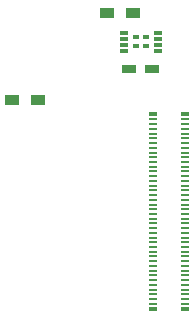
<source format=gbp>
G04 #@! TF.FileFunction,Paste,Bot*
%FSLAX46Y46*%
G04 Gerber Fmt 4.6, Leading zero omitted, Abs format (unit mm)*
G04 Created by KiCad (PCBNEW 4.0.1-stable) date Wednesday, April 13, 2016 'AMt' 11:34:57 AM*
%MOMM*%
G01*
G04 APERTURE LIST*
%ADD10C,0.100000*%
%ADD11R,0.660000X0.230000*%
%ADD12R,0.660000X0.350000*%
%ADD13R,1.200000X0.750000*%
%ADD14R,0.750000X0.300000*%
%ADD15R,0.525000X0.435000*%
%ADD16R,1.200000X0.900000*%
G04 APERTURE END LIST*
D10*
D11*
X161005000Y-115800000D03*
X158295000Y-115800000D03*
X161005000Y-100200000D03*
X158295000Y-100200000D03*
X161005000Y-115400000D03*
X161005000Y-115000000D03*
X161005000Y-114600000D03*
X161005000Y-114200000D03*
X161005000Y-113800000D03*
X161005000Y-113400000D03*
X161005000Y-113000000D03*
X161005000Y-112600000D03*
X161005000Y-112200000D03*
X161005000Y-111800000D03*
X161005000Y-111400000D03*
X161005000Y-111000000D03*
X161005000Y-110600000D03*
X161005000Y-110200000D03*
X161005000Y-109800000D03*
X161005000Y-109400000D03*
X161005000Y-109000000D03*
X161005000Y-108600000D03*
X161005000Y-108200000D03*
X161005000Y-107800000D03*
X161005000Y-107400000D03*
X161005000Y-107000000D03*
X161005000Y-106600000D03*
X161005000Y-106200000D03*
X161005000Y-105800000D03*
X161005000Y-105400000D03*
X161005000Y-105000000D03*
X161005000Y-104600000D03*
X161005000Y-104200000D03*
X161005000Y-103800000D03*
X161005000Y-103400000D03*
X161005000Y-103000000D03*
X161005000Y-102600000D03*
X161005000Y-102200000D03*
X161005000Y-101800000D03*
X161005000Y-101400000D03*
X161005000Y-101000000D03*
X161005000Y-100600000D03*
D12*
X161005000Y-99725000D03*
X158295000Y-99725000D03*
X161005000Y-116275000D03*
X158295000Y-116275000D03*
D11*
X158295000Y-100600000D03*
X158295000Y-101000000D03*
X158295000Y-101400000D03*
X158295000Y-101800000D03*
X158295000Y-102200000D03*
X158295000Y-102600000D03*
X158295000Y-103000000D03*
X158295000Y-103400000D03*
X158295000Y-103800000D03*
X158295000Y-104200000D03*
X158295000Y-104600000D03*
X158295000Y-105000000D03*
X158295000Y-105400000D03*
X158295000Y-105800000D03*
X158295000Y-106200000D03*
X158295000Y-106600000D03*
X158295000Y-107000000D03*
X158295000Y-107400000D03*
X158295000Y-107800000D03*
X158295000Y-108200000D03*
X158295000Y-108600000D03*
X158295000Y-109000000D03*
X158295000Y-109400000D03*
X158295000Y-109800000D03*
X158295000Y-110200000D03*
X158295000Y-110600000D03*
X158295000Y-111000000D03*
X158295000Y-111400000D03*
X158295000Y-111800000D03*
X158295000Y-112200000D03*
X158295000Y-112600000D03*
X158295000Y-113000000D03*
X158295000Y-113400000D03*
X158295000Y-113800000D03*
X158295000Y-114200000D03*
X158295000Y-114600000D03*
X158295000Y-115000000D03*
X158295000Y-115400000D03*
D13*
X156250000Y-95900000D03*
X158150000Y-95900000D03*
D14*
X158712500Y-92862500D03*
X158712500Y-93362500D03*
X158712500Y-93862500D03*
X158712500Y-94362500D03*
X155812500Y-94362500D03*
X155812500Y-93862500D03*
X155812500Y-93362500D03*
X155812500Y-92862500D03*
D15*
X156825000Y-93975000D03*
X156825000Y-93250000D03*
X157700000Y-93975000D03*
X157700000Y-93250000D03*
D16*
X156550000Y-91200000D03*
X154350000Y-91200000D03*
X146310000Y-98590000D03*
X148510000Y-98590000D03*
M02*

</source>
